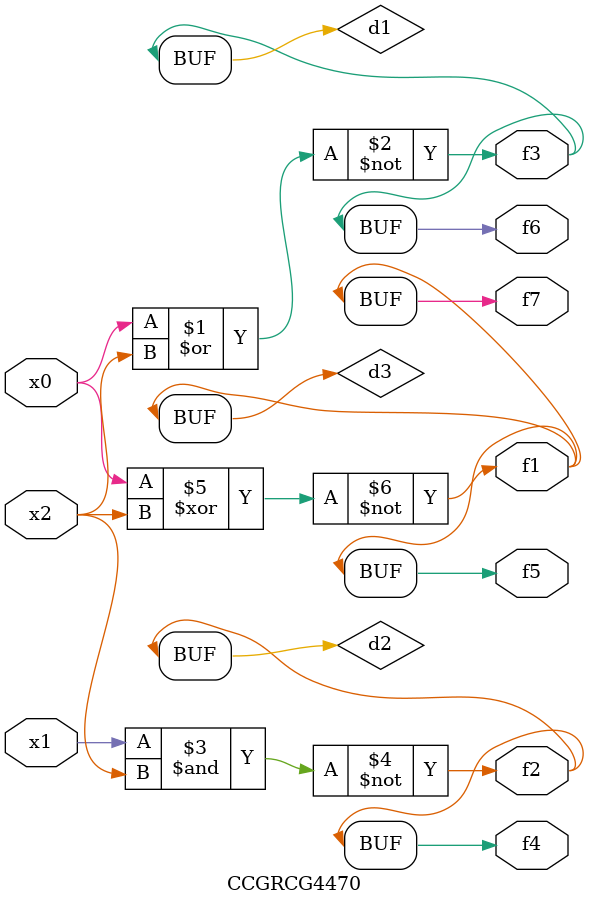
<source format=v>
module CCGRCG4470(
	input x0, x1, x2,
	output f1, f2, f3, f4, f5, f6, f7
);

	wire d1, d2, d3;

	nor (d1, x0, x2);
	nand (d2, x1, x2);
	xnor (d3, x0, x2);
	assign f1 = d3;
	assign f2 = d2;
	assign f3 = d1;
	assign f4 = d2;
	assign f5 = d3;
	assign f6 = d1;
	assign f7 = d3;
endmodule

</source>
